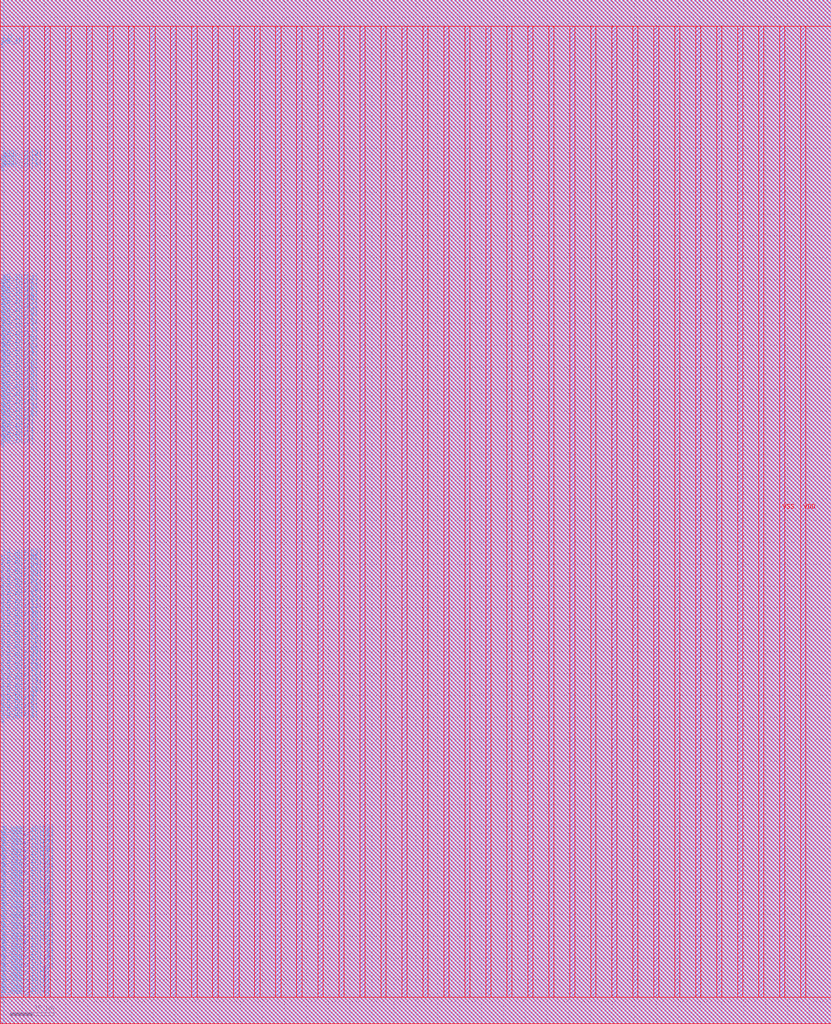
<source format=lef>
VERSION 5.7 ;
BUSBITCHARS "[]" ;
MACRO fakeram130_64x64
  FOREIGN fakeram130_64x64 0 0 ;
  SYMMETRY X Y R90 ;
  SIZE 189.980 BY 233.920 ;
  CLASS BLOCK ;
  PIN w_mask_in[0]
    DIRECTION INPUT ;
    USE SIGNAL ;
    SHAPE ABUTMENT ;
    PORT
      LAYER met3 ;
      RECT 0.000 5.850 0.800 6.150 ;
    END
  END w_mask_in[0]
  PIN w_mask_in[1]
    DIRECTION INPUT ;
    USE SIGNAL ;
    SHAPE ABUTMENT ;
    PORT
      LAYER met3 ;
      RECT 0.000 6.450 0.800 6.750 ;
    END
  END w_mask_in[1]
  PIN w_mask_in[2]
    DIRECTION INPUT ;
    USE SIGNAL ;
    SHAPE ABUTMENT ;
    PORT
      LAYER met3 ;
      RECT 0.000 7.050 0.800 7.350 ;
    END
  END w_mask_in[2]
  PIN w_mask_in[3]
    DIRECTION INPUT ;
    USE SIGNAL ;
    SHAPE ABUTMENT ;
    PORT
      LAYER met3 ;
      RECT 0.000 7.650 0.800 7.950 ;
    END
  END w_mask_in[3]
  PIN w_mask_in[4]
    DIRECTION INPUT ;
    USE SIGNAL ;
    SHAPE ABUTMENT ;
    PORT
      LAYER met3 ;
      RECT 0.000 8.250 0.800 8.550 ;
    END
  END w_mask_in[4]
  PIN w_mask_in[5]
    DIRECTION INPUT ;
    USE SIGNAL ;
    SHAPE ABUTMENT ;
    PORT
      LAYER met3 ;
      RECT 0.000 8.850 0.800 9.150 ;
    END
  END w_mask_in[5]
  PIN w_mask_in[6]
    DIRECTION INPUT ;
    USE SIGNAL ;
    SHAPE ABUTMENT ;
    PORT
      LAYER met3 ;
      RECT 0.000 9.450 0.800 9.750 ;
    END
  END w_mask_in[6]
  PIN w_mask_in[7]
    DIRECTION INPUT ;
    USE SIGNAL ;
    SHAPE ABUTMENT ;
    PORT
      LAYER met3 ;
      RECT 0.000 10.050 0.800 10.350 ;
    END
  END w_mask_in[7]
  PIN w_mask_in[8]
    DIRECTION INPUT ;
    USE SIGNAL ;
    SHAPE ABUTMENT ;
    PORT
      LAYER met3 ;
      RECT 0.000 10.650 0.800 10.950 ;
    END
  END w_mask_in[8]
  PIN w_mask_in[9]
    DIRECTION INPUT ;
    USE SIGNAL ;
    SHAPE ABUTMENT ;
    PORT
      LAYER met3 ;
      RECT 0.000 11.250 0.800 11.550 ;
    END
  END w_mask_in[9]
  PIN w_mask_in[10]
    DIRECTION INPUT ;
    USE SIGNAL ;
    SHAPE ABUTMENT ;
    PORT
      LAYER met3 ;
      RECT 0.000 11.850 0.800 12.150 ;
    END
  END w_mask_in[10]
  PIN w_mask_in[11]
    DIRECTION INPUT ;
    USE SIGNAL ;
    SHAPE ABUTMENT ;
    PORT
      LAYER met3 ;
      RECT 0.000 12.450 0.800 12.750 ;
    END
  END w_mask_in[11]
  PIN w_mask_in[12]
    DIRECTION INPUT ;
    USE SIGNAL ;
    SHAPE ABUTMENT ;
    PORT
      LAYER met3 ;
      RECT 0.000 13.050 0.800 13.350 ;
    END
  END w_mask_in[12]
  PIN w_mask_in[13]
    DIRECTION INPUT ;
    USE SIGNAL ;
    SHAPE ABUTMENT ;
    PORT
      LAYER met3 ;
      RECT 0.000 13.650 0.800 13.950 ;
    END
  END w_mask_in[13]
  PIN w_mask_in[14]
    DIRECTION INPUT ;
    USE SIGNAL ;
    SHAPE ABUTMENT ;
    PORT
      LAYER met3 ;
      RECT 0.000 14.250 0.800 14.550 ;
    END
  END w_mask_in[14]
  PIN w_mask_in[15]
    DIRECTION INPUT ;
    USE SIGNAL ;
    SHAPE ABUTMENT ;
    PORT
      LAYER met3 ;
      RECT 0.000 14.850 0.800 15.150 ;
    END
  END w_mask_in[15]
  PIN w_mask_in[16]
    DIRECTION INPUT ;
    USE SIGNAL ;
    SHAPE ABUTMENT ;
    PORT
      LAYER met3 ;
      RECT 0.000 15.450 0.800 15.750 ;
    END
  END w_mask_in[16]
  PIN w_mask_in[17]
    DIRECTION INPUT ;
    USE SIGNAL ;
    SHAPE ABUTMENT ;
    PORT
      LAYER met3 ;
      RECT 0.000 16.050 0.800 16.350 ;
    END
  END w_mask_in[17]
  PIN w_mask_in[18]
    DIRECTION INPUT ;
    USE SIGNAL ;
    SHAPE ABUTMENT ;
    PORT
      LAYER met3 ;
      RECT 0.000 16.650 0.800 16.950 ;
    END
  END w_mask_in[18]
  PIN w_mask_in[19]
    DIRECTION INPUT ;
    USE SIGNAL ;
    SHAPE ABUTMENT ;
    PORT
      LAYER met3 ;
      RECT 0.000 17.250 0.800 17.550 ;
    END
  END w_mask_in[19]
  PIN w_mask_in[20]
    DIRECTION INPUT ;
    USE SIGNAL ;
    SHAPE ABUTMENT ;
    PORT
      LAYER met3 ;
      RECT 0.000 17.850 0.800 18.150 ;
    END
  END w_mask_in[20]
  PIN w_mask_in[21]
    DIRECTION INPUT ;
    USE SIGNAL ;
    SHAPE ABUTMENT ;
    PORT
      LAYER met3 ;
      RECT 0.000 18.450 0.800 18.750 ;
    END
  END w_mask_in[21]
  PIN w_mask_in[22]
    DIRECTION INPUT ;
    USE SIGNAL ;
    SHAPE ABUTMENT ;
    PORT
      LAYER met3 ;
      RECT 0.000 19.050 0.800 19.350 ;
    END
  END w_mask_in[22]
  PIN w_mask_in[23]
    DIRECTION INPUT ;
    USE SIGNAL ;
    SHAPE ABUTMENT ;
    PORT
      LAYER met3 ;
      RECT 0.000 19.650 0.800 19.950 ;
    END
  END w_mask_in[23]
  PIN w_mask_in[24]
    DIRECTION INPUT ;
    USE SIGNAL ;
    SHAPE ABUTMENT ;
    PORT
      LAYER met3 ;
      RECT 0.000 20.250 0.800 20.550 ;
    END
  END w_mask_in[24]
  PIN w_mask_in[25]
    DIRECTION INPUT ;
    USE SIGNAL ;
    SHAPE ABUTMENT ;
    PORT
      LAYER met3 ;
      RECT 0.000 20.850 0.800 21.150 ;
    END
  END w_mask_in[25]
  PIN w_mask_in[26]
    DIRECTION INPUT ;
    USE SIGNAL ;
    SHAPE ABUTMENT ;
    PORT
      LAYER met3 ;
      RECT 0.000 21.450 0.800 21.750 ;
    END
  END w_mask_in[26]
  PIN w_mask_in[27]
    DIRECTION INPUT ;
    USE SIGNAL ;
    SHAPE ABUTMENT ;
    PORT
      LAYER met3 ;
      RECT 0.000 22.050 0.800 22.350 ;
    END
  END w_mask_in[27]
  PIN w_mask_in[28]
    DIRECTION INPUT ;
    USE SIGNAL ;
    SHAPE ABUTMENT ;
    PORT
      LAYER met3 ;
      RECT 0.000 22.650 0.800 22.950 ;
    END
  END w_mask_in[28]
  PIN w_mask_in[29]
    DIRECTION INPUT ;
    USE SIGNAL ;
    SHAPE ABUTMENT ;
    PORT
      LAYER met3 ;
      RECT 0.000 23.250 0.800 23.550 ;
    END
  END w_mask_in[29]
  PIN w_mask_in[30]
    DIRECTION INPUT ;
    USE SIGNAL ;
    SHAPE ABUTMENT ;
    PORT
      LAYER met3 ;
      RECT 0.000 23.850 0.800 24.150 ;
    END
  END w_mask_in[30]
  PIN w_mask_in[31]
    DIRECTION INPUT ;
    USE SIGNAL ;
    SHAPE ABUTMENT ;
    PORT
      LAYER met3 ;
      RECT 0.000 24.450 0.800 24.750 ;
    END
  END w_mask_in[31]
  PIN w_mask_in[32]
    DIRECTION INPUT ;
    USE SIGNAL ;
    SHAPE ABUTMENT ;
    PORT
      LAYER met3 ;
      RECT 0.000 25.050 0.800 25.350 ;
    END
  END w_mask_in[32]
  PIN w_mask_in[33]
    DIRECTION INPUT ;
    USE SIGNAL ;
    SHAPE ABUTMENT ;
    PORT
      LAYER met3 ;
      RECT 0.000 25.650 0.800 25.950 ;
    END
  END w_mask_in[33]
  PIN w_mask_in[34]
    DIRECTION INPUT ;
    USE SIGNAL ;
    SHAPE ABUTMENT ;
    PORT
      LAYER met3 ;
      RECT 0.000 26.250 0.800 26.550 ;
    END
  END w_mask_in[34]
  PIN w_mask_in[35]
    DIRECTION INPUT ;
    USE SIGNAL ;
    SHAPE ABUTMENT ;
    PORT
      LAYER met3 ;
      RECT 0.000 26.850 0.800 27.150 ;
    END
  END w_mask_in[35]
  PIN w_mask_in[36]
    DIRECTION INPUT ;
    USE SIGNAL ;
    SHAPE ABUTMENT ;
    PORT
      LAYER met3 ;
      RECT 0.000 27.450 0.800 27.750 ;
    END
  END w_mask_in[36]
  PIN w_mask_in[37]
    DIRECTION INPUT ;
    USE SIGNAL ;
    SHAPE ABUTMENT ;
    PORT
      LAYER met3 ;
      RECT 0.000 28.050 0.800 28.350 ;
    END
  END w_mask_in[37]
  PIN w_mask_in[38]
    DIRECTION INPUT ;
    USE SIGNAL ;
    SHAPE ABUTMENT ;
    PORT
      LAYER met3 ;
      RECT 0.000 28.650 0.800 28.950 ;
    END
  END w_mask_in[38]
  PIN w_mask_in[39]
    DIRECTION INPUT ;
    USE SIGNAL ;
    SHAPE ABUTMENT ;
    PORT
      LAYER met3 ;
      RECT 0.000 29.250 0.800 29.550 ;
    END
  END w_mask_in[39]
  PIN w_mask_in[40]
    DIRECTION INPUT ;
    USE SIGNAL ;
    SHAPE ABUTMENT ;
    PORT
      LAYER met3 ;
      RECT 0.000 29.850 0.800 30.150 ;
    END
  END w_mask_in[40]
  PIN w_mask_in[41]
    DIRECTION INPUT ;
    USE SIGNAL ;
    SHAPE ABUTMENT ;
    PORT
      LAYER met3 ;
      RECT 0.000 30.450 0.800 30.750 ;
    END
  END w_mask_in[41]
  PIN w_mask_in[42]
    DIRECTION INPUT ;
    USE SIGNAL ;
    SHAPE ABUTMENT ;
    PORT
      LAYER met3 ;
      RECT 0.000 31.050 0.800 31.350 ;
    END
  END w_mask_in[42]
  PIN w_mask_in[43]
    DIRECTION INPUT ;
    USE SIGNAL ;
    SHAPE ABUTMENT ;
    PORT
      LAYER met3 ;
      RECT 0.000 31.650 0.800 31.950 ;
    END
  END w_mask_in[43]
  PIN w_mask_in[44]
    DIRECTION INPUT ;
    USE SIGNAL ;
    SHAPE ABUTMENT ;
    PORT
      LAYER met3 ;
      RECT 0.000 32.250 0.800 32.550 ;
    END
  END w_mask_in[44]
  PIN w_mask_in[45]
    DIRECTION INPUT ;
    USE SIGNAL ;
    SHAPE ABUTMENT ;
    PORT
      LAYER met3 ;
      RECT 0.000 32.850 0.800 33.150 ;
    END
  END w_mask_in[45]
  PIN w_mask_in[46]
    DIRECTION INPUT ;
    USE SIGNAL ;
    SHAPE ABUTMENT ;
    PORT
      LAYER met3 ;
      RECT 0.000 33.450 0.800 33.750 ;
    END
  END w_mask_in[46]
  PIN w_mask_in[47]
    DIRECTION INPUT ;
    USE SIGNAL ;
    SHAPE ABUTMENT ;
    PORT
      LAYER met3 ;
      RECT 0.000 34.050 0.800 34.350 ;
    END
  END w_mask_in[47]
  PIN w_mask_in[48]
    DIRECTION INPUT ;
    USE SIGNAL ;
    SHAPE ABUTMENT ;
    PORT
      LAYER met3 ;
      RECT 0.000 34.650 0.800 34.950 ;
    END
  END w_mask_in[48]
  PIN w_mask_in[49]
    DIRECTION INPUT ;
    USE SIGNAL ;
    SHAPE ABUTMENT ;
    PORT
      LAYER met3 ;
      RECT 0.000 35.250 0.800 35.550 ;
    END
  END w_mask_in[49]
  PIN w_mask_in[50]
    DIRECTION INPUT ;
    USE SIGNAL ;
    SHAPE ABUTMENT ;
    PORT
      LAYER met3 ;
      RECT 0.000 35.850 0.800 36.150 ;
    END
  END w_mask_in[50]
  PIN w_mask_in[51]
    DIRECTION INPUT ;
    USE SIGNAL ;
    SHAPE ABUTMENT ;
    PORT
      LAYER met3 ;
      RECT 0.000 36.450 0.800 36.750 ;
    END
  END w_mask_in[51]
  PIN w_mask_in[52]
    DIRECTION INPUT ;
    USE SIGNAL ;
    SHAPE ABUTMENT ;
    PORT
      LAYER met3 ;
      RECT 0.000 37.050 0.800 37.350 ;
    END
  END w_mask_in[52]
  PIN w_mask_in[53]
    DIRECTION INPUT ;
    USE SIGNAL ;
    SHAPE ABUTMENT ;
    PORT
      LAYER met3 ;
      RECT 0.000 37.650 0.800 37.950 ;
    END
  END w_mask_in[53]
  PIN w_mask_in[54]
    DIRECTION INPUT ;
    USE SIGNAL ;
    SHAPE ABUTMENT ;
    PORT
      LAYER met3 ;
      RECT 0.000 38.250 0.800 38.550 ;
    END
  END w_mask_in[54]
  PIN w_mask_in[55]
    DIRECTION INPUT ;
    USE SIGNAL ;
    SHAPE ABUTMENT ;
    PORT
      LAYER met3 ;
      RECT 0.000 38.850 0.800 39.150 ;
    END
  END w_mask_in[55]
  PIN w_mask_in[56]
    DIRECTION INPUT ;
    USE SIGNAL ;
    SHAPE ABUTMENT ;
    PORT
      LAYER met3 ;
      RECT 0.000 39.450 0.800 39.750 ;
    END
  END w_mask_in[56]
  PIN w_mask_in[57]
    DIRECTION INPUT ;
    USE SIGNAL ;
    SHAPE ABUTMENT ;
    PORT
      LAYER met3 ;
      RECT 0.000 40.050 0.800 40.350 ;
    END
  END w_mask_in[57]
  PIN w_mask_in[58]
    DIRECTION INPUT ;
    USE SIGNAL ;
    SHAPE ABUTMENT ;
    PORT
      LAYER met3 ;
      RECT 0.000 40.650 0.800 40.950 ;
    END
  END w_mask_in[58]
  PIN w_mask_in[59]
    DIRECTION INPUT ;
    USE SIGNAL ;
    SHAPE ABUTMENT ;
    PORT
      LAYER met3 ;
      RECT 0.000 41.250 0.800 41.550 ;
    END
  END w_mask_in[59]
  PIN w_mask_in[60]
    DIRECTION INPUT ;
    USE SIGNAL ;
    SHAPE ABUTMENT ;
    PORT
      LAYER met3 ;
      RECT 0.000 41.850 0.800 42.150 ;
    END
  END w_mask_in[60]
  PIN w_mask_in[61]
    DIRECTION INPUT ;
    USE SIGNAL ;
    SHAPE ABUTMENT ;
    PORT
      LAYER met3 ;
      RECT 0.000 42.450 0.800 42.750 ;
    END
  END w_mask_in[61]
  PIN w_mask_in[62]
    DIRECTION INPUT ;
    USE SIGNAL ;
    SHAPE ABUTMENT ;
    PORT
      LAYER met3 ;
      RECT 0.000 43.050 0.800 43.350 ;
    END
  END w_mask_in[62]
  PIN w_mask_in[63]
    DIRECTION INPUT ;
    USE SIGNAL ;
    SHAPE ABUTMENT ;
    PORT
      LAYER met3 ;
      RECT 0.000 43.650 0.800 43.950 ;
    END
  END w_mask_in[63]
  PIN rd_out[0]
    DIRECTION OUTPUT ;
    USE SIGNAL ;
    SHAPE ABUTMENT ;
    PORT
      LAYER met3 ;
      RECT 0.000 68.850 0.800 69.150 ;
    END
  END rd_out[0]
  PIN rd_out[1]
    DIRECTION OUTPUT ;
    USE SIGNAL ;
    SHAPE ABUTMENT ;
    PORT
      LAYER met3 ;
      RECT 0.000 69.450 0.800 69.750 ;
    END
  END rd_out[1]
  PIN rd_out[2]
    DIRECTION OUTPUT ;
    USE SIGNAL ;
    SHAPE ABUTMENT ;
    PORT
      LAYER met3 ;
      RECT 0.000 70.050 0.800 70.350 ;
    END
  END rd_out[2]
  PIN rd_out[3]
    DIRECTION OUTPUT ;
    USE SIGNAL ;
    SHAPE ABUTMENT ;
    PORT
      LAYER met3 ;
      RECT 0.000 70.650 0.800 70.950 ;
    END
  END rd_out[3]
  PIN rd_out[4]
    DIRECTION OUTPUT ;
    USE SIGNAL ;
    SHAPE ABUTMENT ;
    PORT
      LAYER met3 ;
      RECT 0.000 71.250 0.800 71.550 ;
    END
  END rd_out[4]
  PIN rd_out[5]
    DIRECTION OUTPUT ;
    USE SIGNAL ;
    SHAPE ABUTMENT ;
    PORT
      LAYER met3 ;
      RECT 0.000 71.850 0.800 72.150 ;
    END
  END rd_out[5]
  PIN rd_out[6]
    DIRECTION OUTPUT ;
    USE SIGNAL ;
    SHAPE ABUTMENT ;
    PORT
      LAYER met3 ;
      RECT 0.000 72.450 0.800 72.750 ;
    END
  END rd_out[6]
  PIN rd_out[7]
    DIRECTION OUTPUT ;
    USE SIGNAL ;
    SHAPE ABUTMENT ;
    PORT
      LAYER met3 ;
      RECT 0.000 73.050 0.800 73.350 ;
    END
  END rd_out[7]
  PIN rd_out[8]
    DIRECTION OUTPUT ;
    USE SIGNAL ;
    SHAPE ABUTMENT ;
    PORT
      LAYER met3 ;
      RECT 0.000 73.650 0.800 73.950 ;
    END
  END rd_out[8]
  PIN rd_out[9]
    DIRECTION OUTPUT ;
    USE SIGNAL ;
    SHAPE ABUTMENT ;
    PORT
      LAYER met3 ;
      RECT 0.000 74.250 0.800 74.550 ;
    END
  END rd_out[9]
  PIN rd_out[10]
    DIRECTION OUTPUT ;
    USE SIGNAL ;
    SHAPE ABUTMENT ;
    PORT
      LAYER met3 ;
      RECT 0.000 74.850 0.800 75.150 ;
    END
  END rd_out[10]
  PIN rd_out[11]
    DIRECTION OUTPUT ;
    USE SIGNAL ;
    SHAPE ABUTMENT ;
    PORT
      LAYER met3 ;
      RECT 0.000 75.450 0.800 75.750 ;
    END
  END rd_out[11]
  PIN rd_out[12]
    DIRECTION OUTPUT ;
    USE SIGNAL ;
    SHAPE ABUTMENT ;
    PORT
      LAYER met3 ;
      RECT 0.000 76.050 0.800 76.350 ;
    END
  END rd_out[12]
  PIN rd_out[13]
    DIRECTION OUTPUT ;
    USE SIGNAL ;
    SHAPE ABUTMENT ;
    PORT
      LAYER met3 ;
      RECT 0.000 76.650 0.800 76.950 ;
    END
  END rd_out[13]
  PIN rd_out[14]
    DIRECTION OUTPUT ;
    USE SIGNAL ;
    SHAPE ABUTMENT ;
    PORT
      LAYER met3 ;
      RECT 0.000 77.250 0.800 77.550 ;
    END
  END rd_out[14]
  PIN rd_out[15]
    DIRECTION OUTPUT ;
    USE SIGNAL ;
    SHAPE ABUTMENT ;
    PORT
      LAYER met3 ;
      RECT 0.000 77.850 0.800 78.150 ;
    END
  END rd_out[15]
  PIN rd_out[16]
    DIRECTION OUTPUT ;
    USE SIGNAL ;
    SHAPE ABUTMENT ;
    PORT
      LAYER met3 ;
      RECT 0.000 78.450 0.800 78.750 ;
    END
  END rd_out[16]
  PIN rd_out[17]
    DIRECTION OUTPUT ;
    USE SIGNAL ;
    SHAPE ABUTMENT ;
    PORT
      LAYER met3 ;
      RECT 0.000 79.050 0.800 79.350 ;
    END
  END rd_out[17]
  PIN rd_out[18]
    DIRECTION OUTPUT ;
    USE SIGNAL ;
    SHAPE ABUTMENT ;
    PORT
      LAYER met3 ;
      RECT 0.000 79.650 0.800 79.950 ;
    END
  END rd_out[18]
  PIN rd_out[19]
    DIRECTION OUTPUT ;
    USE SIGNAL ;
    SHAPE ABUTMENT ;
    PORT
      LAYER met3 ;
      RECT 0.000 80.250 0.800 80.550 ;
    END
  END rd_out[19]
  PIN rd_out[20]
    DIRECTION OUTPUT ;
    USE SIGNAL ;
    SHAPE ABUTMENT ;
    PORT
      LAYER met3 ;
      RECT 0.000 80.850 0.800 81.150 ;
    END
  END rd_out[20]
  PIN rd_out[21]
    DIRECTION OUTPUT ;
    USE SIGNAL ;
    SHAPE ABUTMENT ;
    PORT
      LAYER met3 ;
      RECT 0.000 81.450 0.800 81.750 ;
    END
  END rd_out[21]
  PIN rd_out[22]
    DIRECTION OUTPUT ;
    USE SIGNAL ;
    SHAPE ABUTMENT ;
    PORT
      LAYER met3 ;
      RECT 0.000 82.050 0.800 82.350 ;
    END
  END rd_out[22]
  PIN rd_out[23]
    DIRECTION OUTPUT ;
    USE SIGNAL ;
    SHAPE ABUTMENT ;
    PORT
      LAYER met3 ;
      RECT 0.000 82.650 0.800 82.950 ;
    END
  END rd_out[23]
  PIN rd_out[24]
    DIRECTION OUTPUT ;
    USE SIGNAL ;
    SHAPE ABUTMENT ;
    PORT
      LAYER met3 ;
      RECT 0.000 83.250 0.800 83.550 ;
    END
  END rd_out[24]
  PIN rd_out[25]
    DIRECTION OUTPUT ;
    USE SIGNAL ;
    SHAPE ABUTMENT ;
    PORT
      LAYER met3 ;
      RECT 0.000 83.850 0.800 84.150 ;
    END
  END rd_out[25]
  PIN rd_out[26]
    DIRECTION OUTPUT ;
    USE SIGNAL ;
    SHAPE ABUTMENT ;
    PORT
      LAYER met3 ;
      RECT 0.000 84.450 0.800 84.750 ;
    END
  END rd_out[26]
  PIN rd_out[27]
    DIRECTION OUTPUT ;
    USE SIGNAL ;
    SHAPE ABUTMENT ;
    PORT
      LAYER met3 ;
      RECT 0.000 85.050 0.800 85.350 ;
    END
  END rd_out[27]
  PIN rd_out[28]
    DIRECTION OUTPUT ;
    USE SIGNAL ;
    SHAPE ABUTMENT ;
    PORT
      LAYER met3 ;
      RECT 0.000 85.650 0.800 85.950 ;
    END
  END rd_out[28]
  PIN rd_out[29]
    DIRECTION OUTPUT ;
    USE SIGNAL ;
    SHAPE ABUTMENT ;
    PORT
      LAYER met3 ;
      RECT 0.000 86.250 0.800 86.550 ;
    END
  END rd_out[29]
  PIN rd_out[30]
    DIRECTION OUTPUT ;
    USE SIGNAL ;
    SHAPE ABUTMENT ;
    PORT
      LAYER met3 ;
      RECT 0.000 86.850 0.800 87.150 ;
    END
  END rd_out[30]
  PIN rd_out[31]
    DIRECTION OUTPUT ;
    USE SIGNAL ;
    SHAPE ABUTMENT ;
    PORT
      LAYER met3 ;
      RECT 0.000 87.450 0.800 87.750 ;
    END
  END rd_out[31]
  PIN rd_out[32]
    DIRECTION OUTPUT ;
    USE SIGNAL ;
    SHAPE ABUTMENT ;
    PORT
      LAYER met3 ;
      RECT 0.000 88.050 0.800 88.350 ;
    END
  END rd_out[32]
  PIN rd_out[33]
    DIRECTION OUTPUT ;
    USE SIGNAL ;
    SHAPE ABUTMENT ;
    PORT
      LAYER met3 ;
      RECT 0.000 88.650 0.800 88.950 ;
    END
  END rd_out[33]
  PIN rd_out[34]
    DIRECTION OUTPUT ;
    USE SIGNAL ;
    SHAPE ABUTMENT ;
    PORT
      LAYER met3 ;
      RECT 0.000 89.250 0.800 89.550 ;
    END
  END rd_out[34]
  PIN rd_out[35]
    DIRECTION OUTPUT ;
    USE SIGNAL ;
    SHAPE ABUTMENT ;
    PORT
      LAYER met3 ;
      RECT 0.000 89.850 0.800 90.150 ;
    END
  END rd_out[35]
  PIN rd_out[36]
    DIRECTION OUTPUT ;
    USE SIGNAL ;
    SHAPE ABUTMENT ;
    PORT
      LAYER met3 ;
      RECT 0.000 90.450 0.800 90.750 ;
    END
  END rd_out[36]
  PIN rd_out[37]
    DIRECTION OUTPUT ;
    USE SIGNAL ;
    SHAPE ABUTMENT ;
    PORT
      LAYER met3 ;
      RECT 0.000 91.050 0.800 91.350 ;
    END
  END rd_out[37]
  PIN rd_out[38]
    DIRECTION OUTPUT ;
    USE SIGNAL ;
    SHAPE ABUTMENT ;
    PORT
      LAYER met3 ;
      RECT 0.000 91.650 0.800 91.950 ;
    END
  END rd_out[38]
  PIN rd_out[39]
    DIRECTION OUTPUT ;
    USE SIGNAL ;
    SHAPE ABUTMENT ;
    PORT
      LAYER met3 ;
      RECT 0.000 92.250 0.800 92.550 ;
    END
  END rd_out[39]
  PIN rd_out[40]
    DIRECTION OUTPUT ;
    USE SIGNAL ;
    SHAPE ABUTMENT ;
    PORT
      LAYER met3 ;
      RECT 0.000 92.850 0.800 93.150 ;
    END
  END rd_out[40]
  PIN rd_out[41]
    DIRECTION OUTPUT ;
    USE SIGNAL ;
    SHAPE ABUTMENT ;
    PORT
      LAYER met3 ;
      RECT 0.000 93.450 0.800 93.750 ;
    END
  END rd_out[41]
  PIN rd_out[42]
    DIRECTION OUTPUT ;
    USE SIGNAL ;
    SHAPE ABUTMENT ;
    PORT
      LAYER met3 ;
      RECT 0.000 94.050 0.800 94.350 ;
    END
  END rd_out[42]
  PIN rd_out[43]
    DIRECTION OUTPUT ;
    USE SIGNAL ;
    SHAPE ABUTMENT ;
    PORT
      LAYER met3 ;
      RECT 0.000 94.650 0.800 94.950 ;
    END
  END rd_out[43]
  PIN rd_out[44]
    DIRECTION OUTPUT ;
    USE SIGNAL ;
    SHAPE ABUTMENT ;
    PORT
      LAYER met3 ;
      RECT 0.000 95.250 0.800 95.550 ;
    END
  END rd_out[44]
  PIN rd_out[45]
    DIRECTION OUTPUT ;
    USE SIGNAL ;
    SHAPE ABUTMENT ;
    PORT
      LAYER met3 ;
      RECT 0.000 95.850 0.800 96.150 ;
    END
  END rd_out[45]
  PIN rd_out[46]
    DIRECTION OUTPUT ;
    USE SIGNAL ;
    SHAPE ABUTMENT ;
    PORT
      LAYER met3 ;
      RECT 0.000 96.450 0.800 96.750 ;
    END
  END rd_out[46]
  PIN rd_out[47]
    DIRECTION OUTPUT ;
    USE SIGNAL ;
    SHAPE ABUTMENT ;
    PORT
      LAYER met3 ;
      RECT 0.000 97.050 0.800 97.350 ;
    END
  END rd_out[47]
  PIN rd_out[48]
    DIRECTION OUTPUT ;
    USE SIGNAL ;
    SHAPE ABUTMENT ;
    PORT
      LAYER met3 ;
      RECT 0.000 97.650 0.800 97.950 ;
    END
  END rd_out[48]
  PIN rd_out[49]
    DIRECTION OUTPUT ;
    USE SIGNAL ;
    SHAPE ABUTMENT ;
    PORT
      LAYER met3 ;
      RECT 0.000 98.250 0.800 98.550 ;
    END
  END rd_out[49]
  PIN rd_out[50]
    DIRECTION OUTPUT ;
    USE SIGNAL ;
    SHAPE ABUTMENT ;
    PORT
      LAYER met3 ;
      RECT 0.000 98.850 0.800 99.150 ;
    END
  END rd_out[50]
  PIN rd_out[51]
    DIRECTION OUTPUT ;
    USE SIGNAL ;
    SHAPE ABUTMENT ;
    PORT
      LAYER met3 ;
      RECT 0.000 99.450 0.800 99.750 ;
    END
  END rd_out[51]
  PIN rd_out[52]
    DIRECTION OUTPUT ;
    USE SIGNAL ;
    SHAPE ABUTMENT ;
    PORT
      LAYER met3 ;
      RECT 0.000 100.050 0.800 100.350 ;
    END
  END rd_out[52]
  PIN rd_out[53]
    DIRECTION OUTPUT ;
    USE SIGNAL ;
    SHAPE ABUTMENT ;
    PORT
      LAYER met3 ;
      RECT 0.000 100.650 0.800 100.950 ;
    END
  END rd_out[53]
  PIN rd_out[54]
    DIRECTION OUTPUT ;
    USE SIGNAL ;
    SHAPE ABUTMENT ;
    PORT
      LAYER met3 ;
      RECT 0.000 101.250 0.800 101.550 ;
    END
  END rd_out[54]
  PIN rd_out[55]
    DIRECTION OUTPUT ;
    USE SIGNAL ;
    SHAPE ABUTMENT ;
    PORT
      LAYER met3 ;
      RECT 0.000 101.850 0.800 102.150 ;
    END
  END rd_out[55]
  PIN rd_out[56]
    DIRECTION OUTPUT ;
    USE SIGNAL ;
    SHAPE ABUTMENT ;
    PORT
      LAYER met3 ;
      RECT 0.000 102.450 0.800 102.750 ;
    END
  END rd_out[56]
  PIN rd_out[57]
    DIRECTION OUTPUT ;
    USE SIGNAL ;
    SHAPE ABUTMENT ;
    PORT
      LAYER met3 ;
      RECT 0.000 103.050 0.800 103.350 ;
    END
  END rd_out[57]
  PIN rd_out[58]
    DIRECTION OUTPUT ;
    USE SIGNAL ;
    SHAPE ABUTMENT ;
    PORT
      LAYER met3 ;
      RECT 0.000 103.650 0.800 103.950 ;
    END
  END rd_out[58]
  PIN rd_out[59]
    DIRECTION OUTPUT ;
    USE SIGNAL ;
    SHAPE ABUTMENT ;
    PORT
      LAYER met3 ;
      RECT 0.000 104.250 0.800 104.550 ;
    END
  END rd_out[59]
  PIN rd_out[60]
    DIRECTION OUTPUT ;
    USE SIGNAL ;
    SHAPE ABUTMENT ;
    PORT
      LAYER met3 ;
      RECT 0.000 104.850 0.800 105.150 ;
    END
  END rd_out[60]
  PIN rd_out[61]
    DIRECTION OUTPUT ;
    USE SIGNAL ;
    SHAPE ABUTMENT ;
    PORT
      LAYER met3 ;
      RECT 0.000 105.450 0.800 105.750 ;
    END
  END rd_out[61]
  PIN rd_out[62]
    DIRECTION OUTPUT ;
    USE SIGNAL ;
    SHAPE ABUTMENT ;
    PORT
      LAYER met3 ;
      RECT 0.000 106.050 0.800 106.350 ;
    END
  END rd_out[62]
  PIN rd_out[63]
    DIRECTION OUTPUT ;
    USE SIGNAL ;
    SHAPE ABUTMENT ;
    PORT
      LAYER met3 ;
      RECT 0.000 106.650 0.800 106.950 ;
    END
  END rd_out[63]
  PIN wd_in[0]
    DIRECTION INPUT ;
    USE SIGNAL ;
    SHAPE ABUTMENT ;
    PORT
      LAYER met3 ;
      RECT 0.000 131.850 0.800 132.150 ;
    END
  END wd_in[0]
  PIN wd_in[1]
    DIRECTION INPUT ;
    USE SIGNAL ;
    SHAPE ABUTMENT ;
    PORT
      LAYER met3 ;
      RECT 0.000 132.450 0.800 132.750 ;
    END
  END wd_in[1]
  PIN wd_in[2]
    DIRECTION INPUT ;
    USE SIGNAL ;
    SHAPE ABUTMENT ;
    PORT
      LAYER met3 ;
      RECT 0.000 133.050 0.800 133.350 ;
    END
  END wd_in[2]
  PIN wd_in[3]
    DIRECTION INPUT ;
    USE SIGNAL ;
    SHAPE ABUTMENT ;
    PORT
      LAYER met3 ;
      RECT 0.000 133.650 0.800 133.950 ;
    END
  END wd_in[3]
  PIN wd_in[4]
    DIRECTION INPUT ;
    USE SIGNAL ;
    SHAPE ABUTMENT ;
    PORT
      LAYER met3 ;
      RECT 0.000 134.250 0.800 134.550 ;
    END
  END wd_in[4]
  PIN wd_in[5]
    DIRECTION INPUT ;
    USE SIGNAL ;
    SHAPE ABUTMENT ;
    PORT
      LAYER met3 ;
      RECT 0.000 134.850 0.800 135.150 ;
    END
  END wd_in[5]
  PIN wd_in[6]
    DIRECTION INPUT ;
    USE SIGNAL ;
    SHAPE ABUTMENT ;
    PORT
      LAYER met3 ;
      RECT 0.000 135.450 0.800 135.750 ;
    END
  END wd_in[6]
  PIN wd_in[7]
    DIRECTION INPUT ;
    USE SIGNAL ;
    SHAPE ABUTMENT ;
    PORT
      LAYER met3 ;
      RECT 0.000 136.050 0.800 136.350 ;
    END
  END wd_in[7]
  PIN wd_in[8]
    DIRECTION INPUT ;
    USE SIGNAL ;
    SHAPE ABUTMENT ;
    PORT
      LAYER met3 ;
      RECT 0.000 136.650 0.800 136.950 ;
    END
  END wd_in[8]
  PIN wd_in[9]
    DIRECTION INPUT ;
    USE SIGNAL ;
    SHAPE ABUTMENT ;
    PORT
      LAYER met3 ;
      RECT 0.000 137.250 0.800 137.550 ;
    END
  END wd_in[9]
  PIN wd_in[10]
    DIRECTION INPUT ;
    USE SIGNAL ;
    SHAPE ABUTMENT ;
    PORT
      LAYER met3 ;
      RECT 0.000 137.850 0.800 138.150 ;
    END
  END wd_in[10]
  PIN wd_in[11]
    DIRECTION INPUT ;
    USE SIGNAL ;
    SHAPE ABUTMENT ;
    PORT
      LAYER met3 ;
      RECT 0.000 138.450 0.800 138.750 ;
    END
  END wd_in[11]
  PIN wd_in[12]
    DIRECTION INPUT ;
    USE SIGNAL ;
    SHAPE ABUTMENT ;
    PORT
      LAYER met3 ;
      RECT 0.000 139.050 0.800 139.350 ;
    END
  END wd_in[12]
  PIN wd_in[13]
    DIRECTION INPUT ;
    USE SIGNAL ;
    SHAPE ABUTMENT ;
    PORT
      LAYER met3 ;
      RECT 0.000 139.650 0.800 139.950 ;
    END
  END wd_in[13]
  PIN wd_in[14]
    DIRECTION INPUT ;
    USE SIGNAL ;
    SHAPE ABUTMENT ;
    PORT
      LAYER met3 ;
      RECT 0.000 140.250 0.800 140.550 ;
    END
  END wd_in[14]
  PIN wd_in[15]
    DIRECTION INPUT ;
    USE SIGNAL ;
    SHAPE ABUTMENT ;
    PORT
      LAYER met3 ;
      RECT 0.000 140.850 0.800 141.150 ;
    END
  END wd_in[15]
  PIN wd_in[16]
    DIRECTION INPUT ;
    USE SIGNAL ;
    SHAPE ABUTMENT ;
    PORT
      LAYER met3 ;
      RECT 0.000 141.450 0.800 141.750 ;
    END
  END wd_in[16]
  PIN wd_in[17]
    DIRECTION INPUT ;
    USE SIGNAL ;
    SHAPE ABUTMENT ;
    PORT
      LAYER met3 ;
      RECT 0.000 142.050 0.800 142.350 ;
    END
  END wd_in[17]
  PIN wd_in[18]
    DIRECTION INPUT ;
    USE SIGNAL ;
    SHAPE ABUTMENT ;
    PORT
      LAYER met3 ;
      RECT 0.000 142.650 0.800 142.950 ;
    END
  END wd_in[18]
  PIN wd_in[19]
    DIRECTION INPUT ;
    USE SIGNAL ;
    SHAPE ABUTMENT ;
    PORT
      LAYER met3 ;
      RECT 0.000 143.250 0.800 143.550 ;
    END
  END wd_in[19]
  PIN wd_in[20]
    DIRECTION INPUT ;
    USE SIGNAL ;
    SHAPE ABUTMENT ;
    PORT
      LAYER met3 ;
      RECT 0.000 143.850 0.800 144.150 ;
    END
  END wd_in[20]
  PIN wd_in[21]
    DIRECTION INPUT ;
    USE SIGNAL ;
    SHAPE ABUTMENT ;
    PORT
      LAYER met3 ;
      RECT 0.000 144.450 0.800 144.750 ;
    END
  END wd_in[21]
  PIN wd_in[22]
    DIRECTION INPUT ;
    USE SIGNAL ;
    SHAPE ABUTMENT ;
    PORT
      LAYER met3 ;
      RECT 0.000 145.050 0.800 145.350 ;
    END
  END wd_in[22]
  PIN wd_in[23]
    DIRECTION INPUT ;
    USE SIGNAL ;
    SHAPE ABUTMENT ;
    PORT
      LAYER met3 ;
      RECT 0.000 145.650 0.800 145.950 ;
    END
  END wd_in[23]
  PIN wd_in[24]
    DIRECTION INPUT ;
    USE SIGNAL ;
    SHAPE ABUTMENT ;
    PORT
      LAYER met3 ;
      RECT 0.000 146.250 0.800 146.550 ;
    END
  END wd_in[24]
  PIN wd_in[25]
    DIRECTION INPUT ;
    USE SIGNAL ;
    SHAPE ABUTMENT ;
    PORT
      LAYER met3 ;
      RECT 0.000 146.850 0.800 147.150 ;
    END
  END wd_in[25]
  PIN wd_in[26]
    DIRECTION INPUT ;
    USE SIGNAL ;
    SHAPE ABUTMENT ;
    PORT
      LAYER met3 ;
      RECT 0.000 147.450 0.800 147.750 ;
    END
  END wd_in[26]
  PIN wd_in[27]
    DIRECTION INPUT ;
    USE SIGNAL ;
    SHAPE ABUTMENT ;
    PORT
      LAYER met3 ;
      RECT 0.000 148.050 0.800 148.350 ;
    END
  END wd_in[27]
  PIN wd_in[28]
    DIRECTION INPUT ;
    USE SIGNAL ;
    SHAPE ABUTMENT ;
    PORT
      LAYER met3 ;
      RECT 0.000 148.650 0.800 148.950 ;
    END
  END wd_in[28]
  PIN wd_in[29]
    DIRECTION INPUT ;
    USE SIGNAL ;
    SHAPE ABUTMENT ;
    PORT
      LAYER met3 ;
      RECT 0.000 149.250 0.800 149.550 ;
    END
  END wd_in[29]
  PIN wd_in[30]
    DIRECTION INPUT ;
    USE SIGNAL ;
    SHAPE ABUTMENT ;
    PORT
      LAYER met3 ;
      RECT 0.000 149.850 0.800 150.150 ;
    END
  END wd_in[30]
  PIN wd_in[31]
    DIRECTION INPUT ;
    USE SIGNAL ;
    SHAPE ABUTMENT ;
    PORT
      LAYER met3 ;
      RECT 0.000 150.450 0.800 150.750 ;
    END
  END wd_in[31]
  PIN wd_in[32]
    DIRECTION INPUT ;
    USE SIGNAL ;
    SHAPE ABUTMENT ;
    PORT
      LAYER met3 ;
      RECT 0.000 151.050 0.800 151.350 ;
    END
  END wd_in[32]
  PIN wd_in[33]
    DIRECTION INPUT ;
    USE SIGNAL ;
    SHAPE ABUTMENT ;
    PORT
      LAYER met3 ;
      RECT 0.000 151.650 0.800 151.950 ;
    END
  END wd_in[33]
  PIN wd_in[34]
    DIRECTION INPUT ;
    USE SIGNAL ;
    SHAPE ABUTMENT ;
    PORT
      LAYER met3 ;
      RECT 0.000 152.250 0.800 152.550 ;
    END
  END wd_in[34]
  PIN wd_in[35]
    DIRECTION INPUT ;
    USE SIGNAL ;
    SHAPE ABUTMENT ;
    PORT
      LAYER met3 ;
      RECT 0.000 152.850 0.800 153.150 ;
    END
  END wd_in[35]
  PIN wd_in[36]
    DIRECTION INPUT ;
    USE SIGNAL ;
    SHAPE ABUTMENT ;
    PORT
      LAYER met3 ;
      RECT 0.000 153.450 0.800 153.750 ;
    END
  END wd_in[36]
  PIN wd_in[37]
    DIRECTION INPUT ;
    USE SIGNAL ;
    SHAPE ABUTMENT ;
    PORT
      LAYER met3 ;
      RECT 0.000 154.050 0.800 154.350 ;
    END
  END wd_in[37]
  PIN wd_in[38]
    DIRECTION INPUT ;
    USE SIGNAL ;
    SHAPE ABUTMENT ;
    PORT
      LAYER met3 ;
      RECT 0.000 154.650 0.800 154.950 ;
    END
  END wd_in[38]
  PIN wd_in[39]
    DIRECTION INPUT ;
    USE SIGNAL ;
    SHAPE ABUTMENT ;
    PORT
      LAYER met3 ;
      RECT 0.000 155.250 0.800 155.550 ;
    END
  END wd_in[39]
  PIN wd_in[40]
    DIRECTION INPUT ;
    USE SIGNAL ;
    SHAPE ABUTMENT ;
    PORT
      LAYER met3 ;
      RECT 0.000 155.850 0.800 156.150 ;
    END
  END wd_in[40]
  PIN wd_in[41]
    DIRECTION INPUT ;
    USE SIGNAL ;
    SHAPE ABUTMENT ;
    PORT
      LAYER met3 ;
      RECT 0.000 156.450 0.800 156.750 ;
    END
  END wd_in[41]
  PIN wd_in[42]
    DIRECTION INPUT ;
    USE SIGNAL ;
    SHAPE ABUTMENT ;
    PORT
      LAYER met3 ;
      RECT 0.000 157.050 0.800 157.350 ;
    END
  END wd_in[42]
  PIN wd_in[43]
    DIRECTION INPUT ;
    USE SIGNAL ;
    SHAPE ABUTMENT ;
    PORT
      LAYER met3 ;
      RECT 0.000 157.650 0.800 157.950 ;
    END
  END wd_in[43]
  PIN wd_in[44]
    DIRECTION INPUT ;
    USE SIGNAL ;
    SHAPE ABUTMENT ;
    PORT
      LAYER met3 ;
      RECT 0.000 158.250 0.800 158.550 ;
    END
  END wd_in[44]
  PIN wd_in[45]
    DIRECTION INPUT ;
    USE SIGNAL ;
    SHAPE ABUTMENT ;
    PORT
      LAYER met3 ;
      RECT 0.000 158.850 0.800 159.150 ;
    END
  END wd_in[45]
  PIN wd_in[46]
    DIRECTION INPUT ;
    USE SIGNAL ;
    SHAPE ABUTMENT ;
    PORT
      LAYER met3 ;
      RECT 0.000 159.450 0.800 159.750 ;
    END
  END wd_in[46]
  PIN wd_in[47]
    DIRECTION INPUT ;
    USE SIGNAL ;
    SHAPE ABUTMENT ;
    PORT
      LAYER met3 ;
      RECT 0.000 160.050 0.800 160.350 ;
    END
  END wd_in[47]
  PIN wd_in[48]
    DIRECTION INPUT ;
    USE SIGNAL ;
    SHAPE ABUTMENT ;
    PORT
      LAYER met3 ;
      RECT 0.000 160.650 0.800 160.950 ;
    END
  END wd_in[48]
  PIN wd_in[49]
    DIRECTION INPUT ;
    USE SIGNAL ;
    SHAPE ABUTMENT ;
    PORT
      LAYER met3 ;
      RECT 0.000 161.250 0.800 161.550 ;
    END
  END wd_in[49]
  PIN wd_in[50]
    DIRECTION INPUT ;
    USE SIGNAL ;
    SHAPE ABUTMENT ;
    PORT
      LAYER met3 ;
      RECT 0.000 161.850 0.800 162.150 ;
    END
  END wd_in[50]
  PIN wd_in[51]
    DIRECTION INPUT ;
    USE SIGNAL ;
    SHAPE ABUTMENT ;
    PORT
      LAYER met3 ;
      RECT 0.000 162.450 0.800 162.750 ;
    END
  END wd_in[51]
  PIN wd_in[52]
    DIRECTION INPUT ;
    USE SIGNAL ;
    SHAPE ABUTMENT ;
    PORT
      LAYER met3 ;
      RECT 0.000 163.050 0.800 163.350 ;
    END
  END wd_in[52]
  PIN wd_in[53]
    DIRECTION INPUT ;
    USE SIGNAL ;
    SHAPE ABUTMENT ;
    PORT
      LAYER met3 ;
      RECT 0.000 163.650 0.800 163.950 ;
    END
  END wd_in[53]
  PIN wd_in[54]
    DIRECTION INPUT ;
    USE SIGNAL ;
    SHAPE ABUTMENT ;
    PORT
      LAYER met3 ;
      RECT 0.000 164.250 0.800 164.550 ;
    END
  END wd_in[54]
  PIN wd_in[55]
    DIRECTION INPUT ;
    USE SIGNAL ;
    SHAPE ABUTMENT ;
    PORT
      LAYER met3 ;
      RECT 0.000 164.850 0.800 165.150 ;
    END
  END wd_in[55]
  PIN wd_in[56]
    DIRECTION INPUT ;
    USE SIGNAL ;
    SHAPE ABUTMENT ;
    PORT
      LAYER met3 ;
      RECT 0.000 165.450 0.800 165.750 ;
    END
  END wd_in[56]
  PIN wd_in[57]
    DIRECTION INPUT ;
    USE SIGNAL ;
    SHAPE ABUTMENT ;
    PORT
      LAYER met3 ;
      RECT 0.000 166.050 0.800 166.350 ;
    END
  END wd_in[57]
  PIN wd_in[58]
    DIRECTION INPUT ;
    USE SIGNAL ;
    SHAPE ABUTMENT ;
    PORT
      LAYER met3 ;
      RECT 0.000 166.650 0.800 166.950 ;
    END
  END wd_in[58]
  PIN wd_in[59]
    DIRECTION INPUT ;
    USE SIGNAL ;
    SHAPE ABUTMENT ;
    PORT
      LAYER met3 ;
      RECT 0.000 167.250 0.800 167.550 ;
    END
  END wd_in[59]
  PIN wd_in[60]
    DIRECTION INPUT ;
    USE SIGNAL ;
    SHAPE ABUTMENT ;
    PORT
      LAYER met3 ;
      RECT 0.000 167.850 0.800 168.150 ;
    END
  END wd_in[60]
  PIN wd_in[61]
    DIRECTION INPUT ;
    USE SIGNAL ;
    SHAPE ABUTMENT ;
    PORT
      LAYER met3 ;
      RECT 0.000 168.450 0.800 168.750 ;
    END
  END wd_in[61]
  PIN wd_in[62]
    DIRECTION INPUT ;
    USE SIGNAL ;
    SHAPE ABUTMENT ;
    PORT
      LAYER met3 ;
      RECT 0.000 169.050 0.800 169.350 ;
    END
  END wd_in[62]
  PIN wd_in[63]
    DIRECTION INPUT ;
    USE SIGNAL ;
    SHAPE ABUTMENT ;
    PORT
      LAYER met3 ;
      RECT 0.000 169.650 0.800 169.950 ;
    END
  END wd_in[63]
  PIN addr_in[0]
    DIRECTION INPUT ;
    USE SIGNAL ;
    SHAPE ABUTMENT ;
    PORT
      LAYER met3 ;
      RECT 0.000 194.850 0.800 195.150 ;
    END
  END addr_in[0]
  PIN addr_in[1]
    DIRECTION INPUT ;
    USE SIGNAL ;
    SHAPE ABUTMENT ;
    PORT
      LAYER met3 ;
      RECT 0.000 195.450 0.800 195.750 ;
    END
  END addr_in[1]
  PIN addr_in[2]
    DIRECTION INPUT ;
    USE SIGNAL ;
    SHAPE ABUTMENT ;
    PORT
      LAYER met3 ;
      RECT 0.000 196.050 0.800 196.350 ;
    END
  END addr_in[2]
  PIN addr_in[3]
    DIRECTION INPUT ;
    USE SIGNAL ;
    SHAPE ABUTMENT ;
    PORT
      LAYER met3 ;
      RECT 0.000 196.650 0.800 196.950 ;
    END
  END addr_in[3]
  PIN addr_in[4]
    DIRECTION INPUT ;
    USE SIGNAL ;
    SHAPE ABUTMENT ;
    PORT
      LAYER met3 ;
      RECT 0.000 197.250 0.800 197.550 ;
    END
  END addr_in[4]
  PIN addr_in[5]
    DIRECTION INPUT ;
    USE SIGNAL ;
    SHAPE ABUTMENT ;
    PORT
      LAYER met3 ;
      RECT 0.000 197.850 0.800 198.150 ;
    END
  END addr_in[5]
  PIN we_in
    DIRECTION INPUT ;
    USE SIGNAL ;
    SHAPE ABUTMENT ;
    PORT
      LAYER met3 ;
      RECT 0.000 223.050 0.800 223.350 ;
    END
  END we_in
  PIN ce_in
    DIRECTION INPUT ;
    USE SIGNAL ;
    SHAPE ABUTMENT ;
    PORT
      LAYER met3 ;
      RECT 0.000 223.650 0.800 223.950 ;
    END
  END ce_in
  PIN clk
    DIRECTION INPUT ;
    USE SIGNAL ;
    SHAPE ABUTMENT ;
    PORT
      LAYER met3 ;
      RECT 0.000 224.250 0.800 224.550 ;
    END
  END clk
  PIN VSS
    DIRECTION INOUT ;
    USE GROUND ;
    PORT
      LAYER met4 ;
      RECT 5.400 6.000 6.600 227.920 ;
      RECT 15.000 6.000 16.200 227.920 ;
      RECT 24.600 6.000 25.800 227.920 ;
      RECT 34.200 6.000 35.400 227.920 ;
      RECT 43.800 6.000 45.000 227.920 ;
      RECT 53.400 6.000 54.600 227.920 ;
      RECT 63.000 6.000 64.200 227.920 ;
      RECT 72.600 6.000 73.800 227.920 ;
      RECT 82.200 6.000 83.400 227.920 ;
      RECT 91.800 6.000 93.000 227.920 ;
      RECT 101.400 6.000 102.600 227.920 ;
      RECT 111.000 6.000 112.200 227.920 ;
      RECT 120.600 6.000 121.800 227.920 ;
      RECT 130.200 6.000 131.400 227.920 ;
      RECT 139.800 6.000 141.000 227.920 ;
      RECT 149.400 6.000 150.600 227.920 ;
      RECT 159.000 6.000 160.200 227.920 ;
      RECT 168.600 6.000 169.800 227.920 ;
      RECT 178.200 6.000 179.400 227.920 ;
    END
  END VSS
  PIN VDD
    DIRECTION INOUT ;
    USE POWER ;
    PORT
      LAYER met4 ;
      RECT 10.200 6.000 11.400 227.920 ;
      RECT 19.800 6.000 21.000 227.920 ;
      RECT 29.400 6.000 30.600 227.920 ;
      RECT 39.000 6.000 40.200 227.920 ;
      RECT 48.600 6.000 49.800 227.920 ;
      RECT 58.200 6.000 59.400 227.920 ;
      RECT 67.800 6.000 69.000 227.920 ;
      RECT 77.400 6.000 78.600 227.920 ;
      RECT 87.000 6.000 88.200 227.920 ;
      RECT 96.600 6.000 97.800 227.920 ;
      RECT 106.200 6.000 107.400 227.920 ;
      RECT 115.800 6.000 117.000 227.920 ;
      RECT 125.400 6.000 126.600 227.920 ;
      RECT 135.000 6.000 136.200 227.920 ;
      RECT 144.600 6.000 145.800 227.920 ;
      RECT 154.200 6.000 155.400 227.920 ;
      RECT 163.800 6.000 165.000 227.920 ;
      RECT 173.400 6.000 174.600 227.920 ;
      RECT 183.000 6.000 184.200 227.920 ;
    END
  END VDD
  OBS
    LAYER met1 ;
    RECT 0 0 189.980 233.920 ;
    LAYER met2 ;
    RECT 0 0 189.980 233.920 ;
    LAYER met3 ;
    RECT 0.800 0 189.980 233.920 ;
    RECT 0 0.000 0.800 5.850 ;
    RECT 0 6.150 0.800 6.450 ;
    RECT 0 6.750 0.800 7.050 ;
    RECT 0 7.350 0.800 7.650 ;
    RECT 0 7.950 0.800 8.250 ;
    RECT 0 8.550 0.800 8.850 ;
    RECT 0 9.150 0.800 9.450 ;
    RECT 0 9.750 0.800 10.050 ;
    RECT 0 10.350 0.800 10.650 ;
    RECT 0 10.950 0.800 11.250 ;
    RECT 0 11.550 0.800 11.850 ;
    RECT 0 12.150 0.800 12.450 ;
    RECT 0 12.750 0.800 13.050 ;
    RECT 0 13.350 0.800 13.650 ;
    RECT 0 13.950 0.800 14.250 ;
    RECT 0 14.550 0.800 14.850 ;
    RECT 0 15.150 0.800 15.450 ;
    RECT 0 15.750 0.800 16.050 ;
    RECT 0 16.350 0.800 16.650 ;
    RECT 0 16.950 0.800 17.250 ;
    RECT 0 17.550 0.800 17.850 ;
    RECT 0 18.150 0.800 18.450 ;
    RECT 0 18.750 0.800 19.050 ;
    RECT 0 19.350 0.800 19.650 ;
    RECT 0 19.950 0.800 20.250 ;
    RECT 0 20.550 0.800 20.850 ;
    RECT 0 21.150 0.800 21.450 ;
    RECT 0 21.750 0.800 22.050 ;
    RECT 0 22.350 0.800 22.650 ;
    RECT 0 22.950 0.800 23.250 ;
    RECT 0 23.550 0.800 23.850 ;
    RECT 0 24.150 0.800 24.450 ;
    RECT 0 24.750 0.800 25.050 ;
    RECT 0 25.350 0.800 25.650 ;
    RECT 0 25.950 0.800 26.250 ;
    RECT 0 26.550 0.800 26.850 ;
    RECT 0 27.150 0.800 27.450 ;
    RECT 0 27.750 0.800 28.050 ;
    RECT 0 28.350 0.800 28.650 ;
    RECT 0 28.950 0.800 29.250 ;
    RECT 0 29.550 0.800 29.850 ;
    RECT 0 30.150 0.800 30.450 ;
    RECT 0 30.750 0.800 31.050 ;
    RECT 0 31.350 0.800 31.650 ;
    RECT 0 31.950 0.800 32.250 ;
    RECT 0 32.550 0.800 32.850 ;
    RECT 0 33.150 0.800 33.450 ;
    RECT 0 33.750 0.800 34.050 ;
    RECT 0 34.350 0.800 34.650 ;
    RECT 0 34.950 0.800 35.250 ;
    RECT 0 35.550 0.800 35.850 ;
    RECT 0 36.150 0.800 36.450 ;
    RECT 0 36.750 0.800 37.050 ;
    RECT 0 37.350 0.800 37.650 ;
    RECT 0 37.950 0.800 38.250 ;
    RECT 0 38.550 0.800 38.850 ;
    RECT 0 39.150 0.800 39.450 ;
    RECT 0 39.750 0.800 40.050 ;
    RECT 0 40.350 0.800 40.650 ;
    RECT 0 40.950 0.800 41.250 ;
    RECT 0 41.550 0.800 41.850 ;
    RECT 0 42.150 0.800 42.450 ;
    RECT 0 42.750 0.800 43.050 ;
    RECT 0 43.350 0.800 43.650 ;
    RECT 0 43.950 0.800 68.850 ;
    RECT 0 69.150 0.800 69.450 ;
    RECT 0 69.750 0.800 70.050 ;
    RECT 0 70.350 0.800 70.650 ;
    RECT 0 70.950 0.800 71.250 ;
    RECT 0 71.550 0.800 71.850 ;
    RECT 0 72.150 0.800 72.450 ;
    RECT 0 72.750 0.800 73.050 ;
    RECT 0 73.350 0.800 73.650 ;
    RECT 0 73.950 0.800 74.250 ;
    RECT 0 74.550 0.800 74.850 ;
    RECT 0 75.150 0.800 75.450 ;
    RECT 0 75.750 0.800 76.050 ;
    RECT 0 76.350 0.800 76.650 ;
    RECT 0 76.950 0.800 77.250 ;
    RECT 0 77.550 0.800 77.850 ;
    RECT 0 78.150 0.800 78.450 ;
    RECT 0 78.750 0.800 79.050 ;
    RECT 0 79.350 0.800 79.650 ;
    RECT 0 79.950 0.800 80.250 ;
    RECT 0 80.550 0.800 80.850 ;
    RECT 0 81.150 0.800 81.450 ;
    RECT 0 81.750 0.800 82.050 ;
    RECT 0 82.350 0.800 82.650 ;
    RECT 0 82.950 0.800 83.250 ;
    RECT 0 83.550 0.800 83.850 ;
    RECT 0 84.150 0.800 84.450 ;
    RECT 0 84.750 0.800 85.050 ;
    RECT 0 85.350 0.800 85.650 ;
    RECT 0 85.950 0.800 86.250 ;
    RECT 0 86.550 0.800 86.850 ;
    RECT 0 87.150 0.800 87.450 ;
    RECT 0 87.750 0.800 88.050 ;
    RECT 0 88.350 0.800 88.650 ;
    RECT 0 88.950 0.800 89.250 ;
    RECT 0 89.550 0.800 89.850 ;
    RECT 0 90.150 0.800 90.450 ;
    RECT 0 90.750 0.800 91.050 ;
    RECT 0 91.350 0.800 91.650 ;
    RECT 0 91.950 0.800 92.250 ;
    RECT 0 92.550 0.800 92.850 ;
    RECT 0 93.150 0.800 93.450 ;
    RECT 0 93.750 0.800 94.050 ;
    RECT 0 94.350 0.800 94.650 ;
    RECT 0 94.950 0.800 95.250 ;
    RECT 0 95.550 0.800 95.850 ;
    RECT 0 96.150 0.800 96.450 ;
    RECT 0 96.750 0.800 97.050 ;
    RECT 0 97.350 0.800 97.650 ;
    RECT 0 97.950 0.800 98.250 ;
    RECT 0 98.550 0.800 98.850 ;
    RECT 0 99.150 0.800 99.450 ;
    RECT 0 99.750 0.800 100.050 ;
    RECT 0 100.350 0.800 100.650 ;
    RECT 0 100.950 0.800 101.250 ;
    RECT 0 101.550 0.800 101.850 ;
    RECT 0 102.150 0.800 102.450 ;
    RECT 0 102.750 0.800 103.050 ;
    RECT 0 103.350 0.800 103.650 ;
    RECT 0 103.950 0.800 104.250 ;
    RECT 0 104.550 0.800 104.850 ;
    RECT 0 105.150 0.800 105.450 ;
    RECT 0 105.750 0.800 106.050 ;
    RECT 0 106.350 0.800 106.650 ;
    RECT 0 106.950 0.800 131.850 ;
    RECT 0 132.150 0.800 132.450 ;
    RECT 0 132.750 0.800 133.050 ;
    RECT 0 133.350 0.800 133.650 ;
    RECT 0 133.950 0.800 134.250 ;
    RECT 0 134.550 0.800 134.850 ;
    RECT 0 135.150 0.800 135.450 ;
    RECT 0 135.750 0.800 136.050 ;
    RECT 0 136.350 0.800 136.650 ;
    RECT 0 136.950 0.800 137.250 ;
    RECT 0 137.550 0.800 137.850 ;
    RECT 0 138.150 0.800 138.450 ;
    RECT 0 138.750 0.800 139.050 ;
    RECT 0 139.350 0.800 139.650 ;
    RECT 0 139.950 0.800 140.250 ;
    RECT 0 140.550 0.800 140.850 ;
    RECT 0 141.150 0.800 141.450 ;
    RECT 0 141.750 0.800 142.050 ;
    RECT 0 142.350 0.800 142.650 ;
    RECT 0 142.950 0.800 143.250 ;
    RECT 0 143.550 0.800 143.850 ;
    RECT 0 144.150 0.800 144.450 ;
    RECT 0 144.750 0.800 145.050 ;
    RECT 0 145.350 0.800 145.650 ;
    RECT 0 145.950 0.800 146.250 ;
    RECT 0 146.550 0.800 146.850 ;
    RECT 0 147.150 0.800 147.450 ;
    RECT 0 147.750 0.800 148.050 ;
    RECT 0 148.350 0.800 148.650 ;
    RECT 0 148.950 0.800 149.250 ;
    RECT 0 149.550 0.800 149.850 ;
    RECT 0 150.150 0.800 150.450 ;
    RECT 0 150.750 0.800 151.050 ;
    RECT 0 151.350 0.800 151.650 ;
    RECT 0 151.950 0.800 152.250 ;
    RECT 0 152.550 0.800 152.850 ;
    RECT 0 153.150 0.800 153.450 ;
    RECT 0 153.750 0.800 154.050 ;
    RECT 0 154.350 0.800 154.650 ;
    RECT 0 154.950 0.800 155.250 ;
    RECT 0 155.550 0.800 155.850 ;
    RECT 0 156.150 0.800 156.450 ;
    RECT 0 156.750 0.800 157.050 ;
    RECT 0 157.350 0.800 157.650 ;
    RECT 0 157.950 0.800 158.250 ;
    RECT 0 158.550 0.800 158.850 ;
    RECT 0 159.150 0.800 159.450 ;
    RECT 0 159.750 0.800 160.050 ;
    RECT 0 160.350 0.800 160.650 ;
    RECT 0 160.950 0.800 161.250 ;
    RECT 0 161.550 0.800 161.850 ;
    RECT 0 162.150 0.800 162.450 ;
    RECT 0 162.750 0.800 163.050 ;
    RECT 0 163.350 0.800 163.650 ;
    RECT 0 163.950 0.800 164.250 ;
    RECT 0 164.550 0.800 164.850 ;
    RECT 0 165.150 0.800 165.450 ;
    RECT 0 165.750 0.800 166.050 ;
    RECT 0 166.350 0.800 166.650 ;
    RECT 0 166.950 0.800 167.250 ;
    RECT 0 167.550 0.800 167.850 ;
    RECT 0 168.150 0.800 168.450 ;
    RECT 0 168.750 0.800 169.050 ;
    RECT 0 169.350 0.800 169.650 ;
    RECT 0 169.950 0.800 194.850 ;
    RECT 0 195.150 0.800 195.450 ;
    RECT 0 195.750 0.800 196.050 ;
    RECT 0 196.350 0.800 196.650 ;
    RECT 0 196.950 0.800 197.250 ;
    RECT 0 197.550 0.800 197.850 ;
    RECT 0 198.150 0.800 223.050 ;
    RECT 0 223.350 0.800 223.650 ;
    RECT 0 223.950 0.800 224.250 ;
    RECT 0 224.550 0.800 233.920 ;
    LAYER met4 ;
    RECT 0 0 189.980 6.000 ;
    RECT 0 227.920 189.980 233.920 ;
    RECT 0.000 6.000 5.400 227.920 ;
    RECT 6.600 6.000 10.200 227.920 ;
    RECT 11.400 6.000 15.000 227.920 ;
    RECT 16.200 6.000 19.800 227.920 ;
    RECT 21.000 6.000 24.600 227.920 ;
    RECT 25.800 6.000 29.400 227.920 ;
    RECT 30.600 6.000 34.200 227.920 ;
    RECT 35.400 6.000 39.000 227.920 ;
    RECT 40.200 6.000 43.800 227.920 ;
    RECT 45.000 6.000 48.600 227.920 ;
    RECT 49.800 6.000 53.400 227.920 ;
    RECT 54.600 6.000 58.200 227.920 ;
    RECT 59.400 6.000 63.000 227.920 ;
    RECT 64.200 6.000 67.800 227.920 ;
    RECT 69.000 6.000 72.600 227.920 ;
    RECT 73.800 6.000 77.400 227.920 ;
    RECT 78.600 6.000 82.200 227.920 ;
    RECT 83.400 6.000 87.000 227.920 ;
    RECT 88.200 6.000 91.800 227.920 ;
    RECT 93.000 6.000 96.600 227.920 ;
    RECT 97.800 6.000 101.400 227.920 ;
    RECT 102.600 6.000 106.200 227.920 ;
    RECT 107.400 6.000 111.000 227.920 ;
    RECT 112.200 6.000 115.800 227.920 ;
    RECT 117.000 6.000 120.600 227.920 ;
    RECT 121.800 6.000 125.400 227.920 ;
    RECT 126.600 6.000 130.200 227.920 ;
    RECT 131.400 6.000 135.000 227.920 ;
    RECT 136.200 6.000 139.800 227.920 ;
    RECT 141.000 6.000 144.600 227.920 ;
    RECT 145.800 6.000 149.400 227.920 ;
    RECT 150.600 6.000 154.200 227.920 ;
    RECT 155.400 6.000 159.000 227.920 ;
    RECT 160.200 6.000 163.800 227.920 ;
    RECT 165.000 6.000 168.600 227.920 ;
    RECT 169.800 6.000 173.400 227.920 ;
    RECT 174.600 6.000 178.200 227.920 ;
    RECT 179.400 6.000 183.000 227.920 ;
    RECT 184.200 6.000 189.980 227.920 ;
    LAYER OVERLAP ;
    RECT 0 0 189.980 233.920 ;
  END
END fakeram130_64x64

END LIBRARY

</source>
